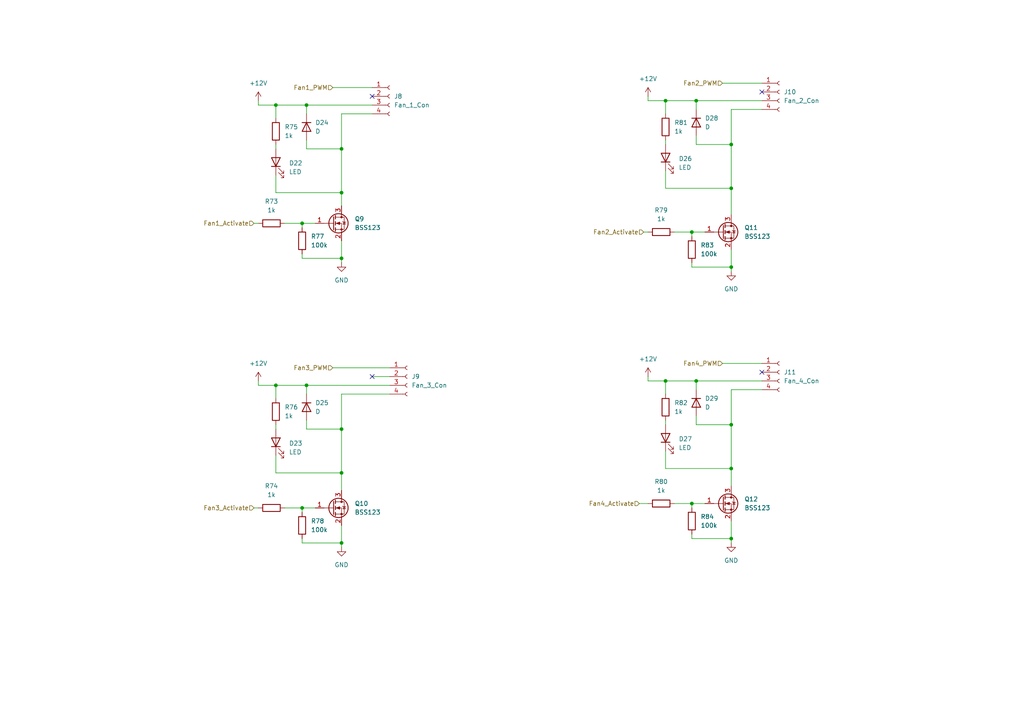
<source format=kicad_sch>
(kicad_sch (version 20211123) (generator eeschema)

  (uuid a1965a14-9e35-4340-961b-cb882e99f4a8)

  (paper "A4")

  (lib_symbols
    (symbol "Connector:Conn_01x04_Female" (pin_names (offset 1.016) hide) (in_bom yes) (on_board yes)
      (property "Reference" "J" (id 0) (at 0 5.08 0)
        (effects (font (size 1.27 1.27)))
      )
      (property "Value" "Conn_01x04_Female" (id 1) (at 0 -7.62 0)
        (effects (font (size 1.27 1.27)))
      )
      (property "Footprint" "" (id 2) (at 0 0 0)
        (effects (font (size 1.27 1.27)) hide)
      )
      (property "Datasheet" "~" (id 3) (at 0 0 0)
        (effects (font (size 1.27 1.27)) hide)
      )
      (property "ki_keywords" "connector" (id 4) (at 0 0 0)
        (effects (font (size 1.27 1.27)) hide)
      )
      (property "ki_description" "Generic connector, single row, 01x04, script generated (kicad-library-utils/schlib/autogen/connector/)" (id 5) (at 0 0 0)
        (effects (font (size 1.27 1.27)) hide)
      )
      (property "ki_fp_filters" "Connector*:*_1x??_*" (id 6) (at 0 0 0)
        (effects (font (size 1.27 1.27)) hide)
      )
      (symbol "Conn_01x04_Female_1_1"
        (arc (start 0 -4.572) (mid -0.508 -5.08) (end 0 -5.588)
          (stroke (width 0.1524) (type default) (color 0 0 0 0))
          (fill (type none))
        )
        (arc (start 0 -2.032) (mid -0.508 -2.54) (end 0 -3.048)
          (stroke (width 0.1524) (type default) (color 0 0 0 0))
          (fill (type none))
        )
        (polyline
          (pts
            (xy -1.27 -5.08)
            (xy -0.508 -5.08)
          )
          (stroke (width 0.1524) (type default) (color 0 0 0 0))
          (fill (type none))
        )
        (polyline
          (pts
            (xy -1.27 -2.54)
            (xy -0.508 -2.54)
          )
          (stroke (width 0.1524) (type default) (color 0 0 0 0))
          (fill (type none))
        )
        (polyline
          (pts
            (xy -1.27 0)
            (xy -0.508 0)
          )
          (stroke (width 0.1524) (type default) (color 0 0 0 0))
          (fill (type none))
        )
        (polyline
          (pts
            (xy -1.27 2.54)
            (xy -0.508 2.54)
          )
          (stroke (width 0.1524) (type default) (color 0 0 0 0))
          (fill (type none))
        )
        (arc (start 0 0.508) (mid -0.508 0) (end 0 -0.508)
          (stroke (width 0.1524) (type default) (color 0 0 0 0))
          (fill (type none))
        )
        (arc (start 0 3.048) (mid -0.508 2.54) (end 0 2.032)
          (stroke (width 0.1524) (type default) (color 0 0 0 0))
          (fill (type none))
        )
        (pin passive line (at -5.08 2.54 0) (length 3.81)
          (name "Pin_1" (effects (font (size 1.27 1.27))))
          (number "1" (effects (font (size 1.27 1.27))))
        )
        (pin passive line (at -5.08 0 0) (length 3.81)
          (name "Pin_2" (effects (font (size 1.27 1.27))))
          (number "2" (effects (font (size 1.27 1.27))))
        )
        (pin passive line (at -5.08 -2.54 0) (length 3.81)
          (name "Pin_3" (effects (font (size 1.27 1.27))))
          (number "3" (effects (font (size 1.27 1.27))))
        )
        (pin passive line (at -5.08 -5.08 0) (length 3.81)
          (name "Pin_4" (effects (font (size 1.27 1.27))))
          (number "4" (effects (font (size 1.27 1.27))))
        )
      )
    )
    (symbol "Device:D" (pin_numbers hide) (pin_names (offset 1.016) hide) (in_bom yes) (on_board yes)
      (property "Reference" "D" (id 0) (at 0 2.54 0)
        (effects (font (size 1.27 1.27)))
      )
      (property "Value" "D" (id 1) (at 0 -2.54 0)
        (effects (font (size 1.27 1.27)))
      )
      (property "Footprint" "" (id 2) (at 0 0 0)
        (effects (font (size 1.27 1.27)) hide)
      )
      (property "Datasheet" "~" (id 3) (at 0 0 0)
        (effects (font (size 1.27 1.27)) hide)
      )
      (property "ki_keywords" "diode" (id 4) (at 0 0 0)
        (effects (font (size 1.27 1.27)) hide)
      )
      (property "ki_description" "Diode" (id 5) (at 0 0 0)
        (effects (font (size 1.27 1.27)) hide)
      )
      (property "ki_fp_filters" "TO-???* *_Diode_* *SingleDiode* D_*" (id 6) (at 0 0 0)
        (effects (font (size 1.27 1.27)) hide)
      )
      (symbol "D_0_1"
        (polyline
          (pts
            (xy -1.27 1.27)
            (xy -1.27 -1.27)
          )
          (stroke (width 0.254) (type default) (color 0 0 0 0))
          (fill (type none))
        )
        (polyline
          (pts
            (xy 1.27 0)
            (xy -1.27 0)
          )
          (stroke (width 0) (type default) (color 0 0 0 0))
          (fill (type none))
        )
        (polyline
          (pts
            (xy 1.27 1.27)
            (xy 1.27 -1.27)
            (xy -1.27 0)
            (xy 1.27 1.27)
          )
          (stroke (width 0.254) (type default) (color 0 0 0 0))
          (fill (type none))
        )
      )
      (symbol "D_1_1"
        (pin passive line (at -3.81 0 0) (length 2.54)
          (name "K" (effects (font (size 1.27 1.27))))
          (number "1" (effects (font (size 1.27 1.27))))
        )
        (pin passive line (at 3.81 0 180) (length 2.54)
          (name "A" (effects (font (size 1.27 1.27))))
          (number "2" (effects (font (size 1.27 1.27))))
        )
      )
    )
    (symbol "Device:LED" (pin_numbers hide) (pin_names (offset 1.016) hide) (in_bom yes) (on_board yes)
      (property "Reference" "D" (id 0) (at 0 2.54 0)
        (effects (font (size 1.27 1.27)))
      )
      (property "Value" "LED" (id 1) (at 0 -2.54 0)
        (effects (font (size 1.27 1.27)))
      )
      (property "Footprint" "" (id 2) (at 0 0 0)
        (effects (font (size 1.27 1.27)) hide)
      )
      (property "Datasheet" "~" (id 3) (at 0 0 0)
        (effects (font (size 1.27 1.27)) hide)
      )
      (property "ki_keywords" "LED diode" (id 4) (at 0 0 0)
        (effects (font (size 1.27 1.27)) hide)
      )
      (property "ki_description" "Light emitting diode" (id 5) (at 0 0 0)
        (effects (font (size 1.27 1.27)) hide)
      )
      (property "ki_fp_filters" "LED* LED_SMD:* LED_THT:*" (id 6) (at 0 0 0)
        (effects (font (size 1.27 1.27)) hide)
      )
      (symbol "LED_0_1"
        (polyline
          (pts
            (xy -1.27 -1.27)
            (xy -1.27 1.27)
          )
          (stroke (width 0.254) (type default) (color 0 0 0 0))
          (fill (type none))
        )
        (polyline
          (pts
            (xy -1.27 0)
            (xy 1.27 0)
          )
          (stroke (width 0) (type default) (color 0 0 0 0))
          (fill (type none))
        )
        (polyline
          (pts
            (xy 1.27 -1.27)
            (xy 1.27 1.27)
            (xy -1.27 0)
            (xy 1.27 -1.27)
          )
          (stroke (width 0.254) (type default) (color 0 0 0 0))
          (fill (type none))
        )
        (polyline
          (pts
            (xy -3.048 -0.762)
            (xy -4.572 -2.286)
            (xy -3.81 -2.286)
            (xy -4.572 -2.286)
            (xy -4.572 -1.524)
          )
          (stroke (width 0) (type default) (color 0 0 0 0))
          (fill (type none))
        )
        (polyline
          (pts
            (xy -1.778 -0.762)
            (xy -3.302 -2.286)
            (xy -2.54 -2.286)
            (xy -3.302 -2.286)
            (xy -3.302 -1.524)
          )
          (stroke (width 0) (type default) (color 0 0 0 0))
          (fill (type none))
        )
      )
      (symbol "LED_1_1"
        (pin passive line (at -3.81 0 0) (length 2.54)
          (name "K" (effects (font (size 1.27 1.27))))
          (number "1" (effects (font (size 1.27 1.27))))
        )
        (pin passive line (at 3.81 0 180) (length 2.54)
          (name "A" (effects (font (size 1.27 1.27))))
          (number "2" (effects (font (size 1.27 1.27))))
        )
      )
    )
    (symbol "Device:R" (pin_numbers hide) (pin_names (offset 0)) (in_bom yes) (on_board yes)
      (property "Reference" "R" (id 0) (at 2.032 0 90)
        (effects (font (size 1.27 1.27)))
      )
      (property "Value" "R" (id 1) (at 0 0 90)
        (effects (font (size 1.27 1.27)))
      )
      (property "Footprint" "" (id 2) (at -1.778 0 90)
        (effects (font (size 1.27 1.27)) hide)
      )
      (property "Datasheet" "~" (id 3) (at 0 0 0)
        (effects (font (size 1.27 1.27)) hide)
      )
      (property "ki_keywords" "R res resistor" (id 4) (at 0 0 0)
        (effects (font (size 1.27 1.27)) hide)
      )
      (property "ki_description" "Resistor" (id 5) (at 0 0 0)
        (effects (font (size 1.27 1.27)) hide)
      )
      (property "ki_fp_filters" "R_*" (id 6) (at 0 0 0)
        (effects (font (size 1.27 1.27)) hide)
      )
      (symbol "R_0_1"
        (rectangle (start -1.016 -2.54) (end 1.016 2.54)
          (stroke (width 0.254) (type default) (color 0 0 0 0))
          (fill (type none))
        )
      )
      (symbol "R_1_1"
        (pin passive line (at 0 3.81 270) (length 1.27)
          (name "~" (effects (font (size 1.27 1.27))))
          (number "1" (effects (font (size 1.27 1.27))))
        )
        (pin passive line (at 0 -3.81 90) (length 1.27)
          (name "~" (effects (font (size 1.27 1.27))))
          (number "2" (effects (font (size 1.27 1.27))))
        )
      )
    )
    (symbol "Transistor_FET:BSS123" (pin_names hide) (in_bom yes) (on_board yes)
      (property "Reference" "Q" (id 0) (at 5.08 1.905 0)
        (effects (font (size 1.27 1.27)) (justify left))
      )
      (property "Value" "BSS123" (id 1) (at 5.08 0 0)
        (effects (font (size 1.27 1.27)) (justify left))
      )
      (property "Footprint" "Package_TO_SOT_SMD:SOT-23" (id 2) (at 5.08 -1.905 0)
        (effects (font (size 1.27 1.27) italic) (justify left) hide)
      )
      (property "Datasheet" "http://www.diodes.com/assets/Datasheets/ds30366.pdf" (id 3) (at 0 0 0)
        (effects (font (size 1.27 1.27)) (justify left) hide)
      )
      (property "ki_keywords" "N-Channel MOSFET" (id 4) (at 0 0 0)
        (effects (font (size 1.27 1.27)) hide)
      )
      (property "ki_description" "0.17A Id, 100V Vds, N-Channel MOSFET, SOT-23" (id 5) (at 0 0 0)
        (effects (font (size 1.27 1.27)) hide)
      )
      (property "ki_fp_filters" "SOT?23*" (id 6) (at 0 0 0)
        (effects (font (size 1.27 1.27)) hide)
      )
      (symbol "BSS123_0_1"
        (polyline
          (pts
            (xy 0.254 0)
            (xy -2.54 0)
          )
          (stroke (width 0) (type default) (color 0 0 0 0))
          (fill (type none))
        )
        (polyline
          (pts
            (xy 0.254 1.905)
            (xy 0.254 -1.905)
          )
          (stroke (width 0.254) (type default) (color 0 0 0 0))
          (fill (type none))
        )
        (polyline
          (pts
            (xy 0.762 -1.27)
            (xy 0.762 -2.286)
          )
          (stroke (width 0.254) (type default) (color 0 0 0 0))
          (fill (type none))
        )
        (polyline
          (pts
            (xy 0.762 0.508)
            (xy 0.762 -0.508)
          )
          (stroke (width 0.254) (type default) (color 0 0 0 0))
          (fill (type none))
        )
        (polyline
          (pts
            (xy 0.762 2.286)
            (xy 0.762 1.27)
          )
          (stroke (width 0.254) (type default) (color 0 0 0 0))
          (fill (type none))
        )
        (polyline
          (pts
            (xy 2.54 2.54)
            (xy 2.54 1.778)
          )
          (stroke (width 0) (type default) (color 0 0 0 0))
          (fill (type none))
        )
        (polyline
          (pts
            (xy 2.54 -2.54)
            (xy 2.54 0)
            (xy 0.762 0)
          )
          (stroke (width 0) (type default) (color 0 0 0 0))
          (fill (type none))
        )
        (polyline
          (pts
            (xy 0.762 -1.778)
            (xy 3.302 -1.778)
            (xy 3.302 1.778)
            (xy 0.762 1.778)
          )
          (stroke (width 0) (type default) (color 0 0 0 0))
          (fill (type none))
        )
        (polyline
          (pts
            (xy 1.016 0)
            (xy 2.032 0.381)
            (xy 2.032 -0.381)
            (xy 1.016 0)
          )
          (stroke (width 0) (type default) (color 0 0 0 0))
          (fill (type outline))
        )
        (polyline
          (pts
            (xy 2.794 0.508)
            (xy 2.921 0.381)
            (xy 3.683 0.381)
            (xy 3.81 0.254)
          )
          (stroke (width 0) (type default) (color 0 0 0 0))
          (fill (type none))
        )
        (polyline
          (pts
            (xy 3.302 0.381)
            (xy 2.921 -0.254)
            (xy 3.683 -0.254)
            (xy 3.302 0.381)
          )
          (stroke (width 0) (type default) (color 0 0 0 0))
          (fill (type none))
        )
        (circle (center 1.651 0) (radius 2.794)
          (stroke (width 0.254) (type default) (color 0 0 0 0))
          (fill (type none))
        )
        (circle (center 2.54 -1.778) (radius 0.254)
          (stroke (width 0) (type default) (color 0 0 0 0))
          (fill (type outline))
        )
        (circle (center 2.54 1.778) (radius 0.254)
          (stroke (width 0) (type default) (color 0 0 0 0))
          (fill (type outline))
        )
      )
      (symbol "BSS123_1_1"
        (pin input line (at -5.08 0 0) (length 2.54)
          (name "G" (effects (font (size 1.27 1.27))))
          (number "1" (effects (font (size 1.27 1.27))))
        )
        (pin passive line (at 2.54 -5.08 90) (length 2.54)
          (name "S" (effects (font (size 1.27 1.27))))
          (number "2" (effects (font (size 1.27 1.27))))
        )
        (pin passive line (at 2.54 5.08 270) (length 2.54)
          (name "D" (effects (font (size 1.27 1.27))))
          (number "3" (effects (font (size 1.27 1.27))))
        )
      )
    )
    (symbol "power:+12V" (power) (pin_names (offset 0)) (in_bom yes) (on_board yes)
      (property "Reference" "#PWR" (id 0) (at 0 -3.81 0)
        (effects (font (size 1.27 1.27)) hide)
      )
      (property "Value" "+12V" (id 1) (at 0 3.556 0)
        (effects (font (size 1.27 1.27)))
      )
      (property "Footprint" "" (id 2) (at 0 0 0)
        (effects (font (size 1.27 1.27)) hide)
      )
      (property "Datasheet" "" (id 3) (at 0 0 0)
        (effects (font (size 1.27 1.27)) hide)
      )
      (property "ki_keywords" "power-flag" (id 4) (at 0 0 0)
        (effects (font (size 1.27 1.27)) hide)
      )
      (property "ki_description" "Power symbol creates a global label with name \"+12V\"" (id 5) (at 0 0 0)
        (effects (font (size 1.27 1.27)) hide)
      )
      (symbol "+12V_0_1"
        (polyline
          (pts
            (xy -0.762 1.27)
            (xy 0 2.54)
          )
          (stroke (width 0) (type default) (color 0 0 0 0))
          (fill (type none))
        )
        (polyline
          (pts
            (xy 0 0)
            (xy 0 2.54)
          )
          (stroke (width 0) (type default) (color 0 0 0 0))
          (fill (type none))
        )
        (polyline
          (pts
            (xy 0 2.54)
            (xy 0.762 1.27)
          )
          (stroke (width 0) (type default) (color 0 0 0 0))
          (fill (type none))
        )
      )
      (symbol "+12V_1_1"
        (pin power_in line (at 0 0 90) (length 0) hide
          (name "+12V" (effects (font (size 1.27 1.27))))
          (number "1" (effects (font (size 1.27 1.27))))
        )
      )
    )
    (symbol "power:GND" (power) (pin_names (offset 0)) (in_bom yes) (on_board yes)
      (property "Reference" "#PWR" (id 0) (at 0 -6.35 0)
        (effects (font (size 1.27 1.27)) hide)
      )
      (property "Value" "GND" (id 1) (at 0 -3.81 0)
        (effects (font (size 1.27 1.27)))
      )
      (property "Footprint" "" (id 2) (at 0 0 0)
        (effects (font (size 1.27 1.27)) hide)
      )
      (property "Datasheet" "" (id 3) (at 0 0 0)
        (effects (font (size 1.27 1.27)) hide)
      )
      (property "ki_keywords" "power-flag" (id 4) (at 0 0 0)
        (effects (font (size 1.27 1.27)) hide)
      )
      (property "ki_description" "Power symbol creates a global label with name \"GND\" , ground" (id 5) (at 0 0 0)
        (effects (font (size 1.27 1.27)) hide)
      )
      (symbol "GND_0_1"
        (polyline
          (pts
            (xy 0 0)
            (xy 0 -1.27)
            (xy 1.27 -1.27)
            (xy 0 -2.54)
            (xy -1.27 -1.27)
            (xy 0 -1.27)
          )
          (stroke (width 0) (type default) (color 0 0 0 0))
          (fill (type none))
        )
      )
      (symbol "GND_1_1"
        (pin power_in line (at 0 0 270) (length 0) hide
          (name "GND" (effects (font (size 1.27 1.27))))
          (number "1" (effects (font (size 1.27 1.27))))
        )
      )
    )
  )

  (junction (at 201.93 110.49) (diameter 0) (color 0 0 0 0)
    (uuid 084c87f2-8bb0-4ec2-bef1-7bab18f0a4dd)
  )
  (junction (at 99.06 157.48) (diameter 0) (color 0 0 0 0)
    (uuid 0b040150-2bad-4800-91f5-251b4e917188)
  )
  (junction (at 212.09 54.61) (diameter 0) (color 0 0 0 0)
    (uuid 0d7b06ca-2498-4589-a155-d84cd8e53961)
  )
  (junction (at 212.09 135.89) (diameter 0) (color 0 0 0 0)
    (uuid 144808aa-eae1-4cb1-a263-713767d19270)
  )
  (junction (at 193.04 29.21) (diameter 0) (color 0 0 0 0)
    (uuid 2d2ff344-bd84-4a6e-99c2-a4fdb8e61a39)
  )
  (junction (at 200.66 67.31) (diameter 0) (color 0 0 0 0)
    (uuid 30000733-a00a-4cd2-a20a-63b2e9b54ed7)
  )
  (junction (at 87.63 147.32) (diameter 0) (color 0 0 0 0)
    (uuid 36486b61-5e68-4648-a2cf-fde144150d06)
  )
  (junction (at 99.06 55.88) (diameter 0) (color 0 0 0 0)
    (uuid 6c546356-c1ea-442d-9154-ed6a27ade14d)
  )
  (junction (at 193.04 110.49) (diameter 0) (color 0 0 0 0)
    (uuid 70818ff4-116b-4164-9a41-9ac75d348942)
  )
  (junction (at 87.63 64.77) (diameter 0) (color 0 0 0 0)
    (uuid 75e6d2ed-3ada-44bd-8e26-109b89c817a8)
  )
  (junction (at 99.06 124.46) (diameter 0) (color 0 0 0 0)
    (uuid 7794b132-1913-4620-9312-0b4251d0bbc5)
  )
  (junction (at 99.06 43.18) (diameter 0) (color 0 0 0 0)
    (uuid 7e550934-f0c5-4920-84cd-091d832ad969)
  )
  (junction (at 200.66 146.05) (diameter 0) (color 0 0 0 0)
    (uuid 8893c7d7-8bda-4759-b6ee-1648e22b55d5)
  )
  (junction (at 99.06 137.16) (diameter 0) (color 0 0 0 0)
    (uuid 894a262c-de9f-4bbc-a3da-a514799fd4b8)
  )
  (junction (at 80.01 30.48) (diameter 0) (color 0 0 0 0)
    (uuid 95c7c73c-d770-4688-95e8-1d49c17f79c9)
  )
  (junction (at 201.93 29.21) (diameter 0) (color 0 0 0 0)
    (uuid a3a11ea1-b119-415c-b5b5-8b35eed64d54)
  )
  (junction (at 80.01 111.76) (diameter 0) (color 0 0 0 0)
    (uuid a99e1bc2-cbf4-40f0-a156-9330810e9299)
  )
  (junction (at 212.09 77.47) (diameter 0) (color 0 0 0 0)
    (uuid aea4e31d-5b93-4ace-ab9b-b2eaf7d16ce2)
  )
  (junction (at 99.06 74.93) (diameter 0) (color 0 0 0 0)
    (uuid b8cb75ed-5955-46d7-a592-951087f9fc97)
  )
  (junction (at 88.9 30.48) (diameter 0) (color 0 0 0 0)
    (uuid cc5e8783-1065-4a9f-97c2-e0585b2e2dd0)
  )
  (junction (at 88.9 111.76) (diameter 0) (color 0 0 0 0)
    (uuid df7fd197-3a49-41ac-b889-049a5cdfd3f8)
  )
  (junction (at 212.09 123.19) (diameter 0) (color 0 0 0 0)
    (uuid ecaa7fd8-253d-4f40-bd6b-95349a959e9a)
  )
  (junction (at 212.09 41.91) (diameter 0) (color 0 0 0 0)
    (uuid f16797ca-eccc-4382-9f73-e1b0b9f3542c)
  )
  (junction (at 212.09 156.21) (diameter 0) (color 0 0 0 0)
    (uuid f7335665-d35d-48ce-bc6e-8005a86e8014)
  )

  (no_connect (at 107.95 109.22) (uuid 6d55dfe2-eb93-47a7-8a59-92fcf6a79ae1))
  (no_connect (at 107.95 27.94) (uuid 9af69d12-ec2c-447a-b285-7104bb9d024b))
  (no_connect (at 220.98 107.95) (uuid a4d263bb-38e7-4910-9af1-004219192c28))
  (no_connect (at 220.98 26.67) (uuid e1113912-a85e-45a6-83ba-d6525e269032))

  (wire (pts (xy 88.9 111.76) (xy 88.9 114.3))
    (stroke (width 0) (type default) (color 0 0 0 0))
    (uuid 03330d99-5455-4532-bbf9-445566aac510)
  )
  (wire (pts (xy 200.66 76.2) (xy 200.66 77.47))
    (stroke (width 0) (type default) (color 0 0 0 0))
    (uuid 05622852-416d-4fec-b44e-323a072e2312)
  )
  (wire (pts (xy 212.09 113.03) (xy 220.98 113.03))
    (stroke (width 0) (type default) (color 0 0 0 0))
    (uuid 0ea24489-43d6-4697-8235-eeaa24fbb87f)
  )
  (wire (pts (xy 193.04 110.49) (xy 201.93 110.49))
    (stroke (width 0) (type default) (color 0 0 0 0))
    (uuid 12f9c888-64f2-4f98-aff3-7bf1749f807c)
  )
  (wire (pts (xy 87.63 157.48) (xy 99.06 157.48))
    (stroke (width 0) (type default) (color 0 0 0 0))
    (uuid 133ddbb2-77c0-4f14-9765-ddc7c822f3c1)
  )
  (wire (pts (xy 195.58 146.05) (xy 200.66 146.05))
    (stroke (width 0) (type default) (color 0 0 0 0))
    (uuid 16ca6e88-50e8-4872-b7c4-62dc8652d454)
  )
  (wire (pts (xy 99.06 43.18) (xy 99.06 33.02))
    (stroke (width 0) (type default) (color 0 0 0 0))
    (uuid 173da325-4eaa-4989-804d-d75e2670d6a5)
  )
  (wire (pts (xy 99.06 33.02) (xy 107.95 33.02))
    (stroke (width 0) (type default) (color 0 0 0 0))
    (uuid 19710c8c-add9-4a2e-a45f-517b5ae4f126)
  )
  (wire (pts (xy 201.93 29.21) (xy 201.93 31.75))
    (stroke (width 0) (type default) (color 0 0 0 0))
    (uuid 26bac398-76d1-48db-b4a2-0217674c5eec)
  )
  (wire (pts (xy 187.96 27.94) (xy 187.96 29.21))
    (stroke (width 0) (type default) (color 0 0 0 0))
    (uuid 2ab792a5-b1b8-4644-9fa9-f75d1d19c220)
  )
  (wire (pts (xy 193.04 29.21) (xy 193.04 33.02))
    (stroke (width 0) (type default) (color 0 0 0 0))
    (uuid 2ab8d52c-321b-444f-8f3d-52d56457f5f5)
  )
  (wire (pts (xy 193.04 130.81) (xy 193.04 135.89))
    (stroke (width 0) (type default) (color 0 0 0 0))
    (uuid 324cd64f-3449-4ab2-a49e-acf34f623433)
  )
  (wire (pts (xy 212.09 123.19) (xy 212.09 113.03))
    (stroke (width 0) (type default) (color 0 0 0 0))
    (uuid 33f9f044-805a-4332-8c68-71e0645f6400)
  )
  (wire (pts (xy 212.09 31.75) (xy 220.98 31.75))
    (stroke (width 0) (type default) (color 0 0 0 0))
    (uuid 373fb19a-0fe6-421f-a4ad-946959150b9b)
  )
  (wire (pts (xy 209.55 105.41) (xy 220.98 105.41))
    (stroke (width 0) (type default) (color 0 0 0 0))
    (uuid 3cec90bc-191a-48a8-aec7-6bc7c835cc5f)
  )
  (wire (pts (xy 74.93 111.76) (xy 80.01 111.76))
    (stroke (width 0) (type default) (color 0 0 0 0))
    (uuid 485a7a9e-728e-4311-b9a3-d9b0369fb87c)
  )
  (wire (pts (xy 107.95 109.22) (xy 113.03 109.22))
    (stroke (width 0) (type default) (color 0 0 0 0))
    (uuid 4a09ecf0-ccdd-45ae-a9db-dcbc936f5572)
  )
  (wire (pts (xy 99.06 69.85) (xy 99.06 74.93))
    (stroke (width 0) (type default) (color 0 0 0 0))
    (uuid 4e2a98a7-455e-402d-81cb-1eac4d728c95)
  )
  (wire (pts (xy 200.66 146.05) (xy 200.66 147.32))
    (stroke (width 0) (type default) (color 0 0 0 0))
    (uuid 51dc9b6e-6772-418c-ae60-caa56292485c)
  )
  (wire (pts (xy 212.09 54.61) (xy 212.09 62.23))
    (stroke (width 0) (type default) (color 0 0 0 0))
    (uuid 52435734-d31e-4973-8fd7-fc9174021228)
  )
  (wire (pts (xy 99.06 74.93) (xy 99.06 76.2))
    (stroke (width 0) (type default) (color 0 0 0 0))
    (uuid 540c1cc3-a7c6-4ac3-b7a4-859e86e4cc3d)
  )
  (wire (pts (xy 80.01 137.16) (xy 99.06 137.16))
    (stroke (width 0) (type default) (color 0 0 0 0))
    (uuid 5435edb1-85ae-4d26-ac6e-a3754f74fb83)
  )
  (wire (pts (xy 82.55 147.32) (xy 87.63 147.32))
    (stroke (width 0) (type default) (color 0 0 0 0))
    (uuid 55340168-6b3f-4e0b-988e-ecbbaa439f28)
  )
  (wire (pts (xy 88.9 30.48) (xy 88.9 33.02))
    (stroke (width 0) (type default) (color 0 0 0 0))
    (uuid 557a33e3-3af8-43ba-a3d7-f5e093be7724)
  )
  (wire (pts (xy 80.01 41.91) (xy 80.01 43.18))
    (stroke (width 0) (type default) (color 0 0 0 0))
    (uuid 5ef11434-51d9-408a-931d-244d0447b947)
  )
  (wire (pts (xy 80.01 111.76) (xy 80.01 115.57))
    (stroke (width 0) (type default) (color 0 0 0 0))
    (uuid 5fe728f0-1178-4b81-b022-cea8ae3b8819)
  )
  (wire (pts (xy 87.63 64.77) (xy 91.44 64.77))
    (stroke (width 0) (type default) (color 0 0 0 0))
    (uuid 61dcf013-5e13-4194-a36c-d81a9268d9b5)
  )
  (wire (pts (xy 201.93 39.37) (xy 201.93 41.91))
    (stroke (width 0) (type default) (color 0 0 0 0))
    (uuid 6497b55c-aafe-4c54-b0d5-93d57da8fe58)
  )
  (wire (pts (xy 74.93 110.49) (xy 74.93 111.76))
    (stroke (width 0) (type default) (color 0 0 0 0))
    (uuid 65feac9c-9c08-4c8f-a29d-f238b5bba850)
  )
  (wire (pts (xy 193.04 49.53) (xy 193.04 54.61))
    (stroke (width 0) (type default) (color 0 0 0 0))
    (uuid 684a2009-37b5-4ca7-b2cd-911b9fbe02f4)
  )
  (wire (pts (xy 186.69 67.31) (xy 187.96 67.31))
    (stroke (width 0) (type default) (color 0 0 0 0))
    (uuid 6a4e7214-b7ad-47d1-8a5f-c64455394e08)
  )
  (wire (pts (xy 201.93 120.65) (xy 201.93 123.19))
    (stroke (width 0) (type default) (color 0 0 0 0))
    (uuid 6b9c7301-8463-4f59-a87a-cec5a2126982)
  )
  (wire (pts (xy 212.09 41.91) (xy 212.09 31.75))
    (stroke (width 0) (type default) (color 0 0 0 0))
    (uuid 6e97875e-2f02-4b83-8d77-59d20d54ac72)
  )
  (wire (pts (xy 200.66 154.94) (xy 200.66 156.21))
    (stroke (width 0) (type default) (color 0 0 0 0))
    (uuid 7296b754-c23a-4783-8382-088cf44d75b2)
  )
  (wire (pts (xy 201.93 110.49) (xy 201.93 113.03))
    (stroke (width 0) (type default) (color 0 0 0 0))
    (uuid 7300bc6a-d907-42b6-bf8b-9d3794472259)
  )
  (wire (pts (xy 212.09 140.97) (xy 212.09 135.89))
    (stroke (width 0) (type default) (color 0 0 0 0))
    (uuid 791153a3-54d6-4ea8-a124-d413d59a84ef)
  )
  (wire (pts (xy 80.01 123.19) (xy 80.01 124.46))
    (stroke (width 0) (type default) (color 0 0 0 0))
    (uuid 796db4ba-9b96-41fe-aede-83808bda18c7)
  )
  (wire (pts (xy 87.63 147.32) (xy 87.63 148.59))
    (stroke (width 0) (type default) (color 0 0 0 0))
    (uuid 7c5a96f3-c99d-488a-91f0-83a45763691b)
  )
  (wire (pts (xy 99.06 137.16) (xy 99.06 124.46))
    (stroke (width 0) (type default) (color 0 0 0 0))
    (uuid 7dde988f-ee6c-4150-b3fc-68bbb06677d0)
  )
  (wire (pts (xy 96.52 106.68) (xy 113.03 106.68))
    (stroke (width 0) (type default) (color 0 0 0 0))
    (uuid 809f245d-b2e0-431c-bc5f-d1e8173ff09c)
  )
  (wire (pts (xy 80.01 132.08) (xy 80.01 137.16))
    (stroke (width 0) (type default) (color 0 0 0 0))
    (uuid 87bef4d4-0b33-418e-8b7d-2ba05cd24938)
  )
  (wire (pts (xy 87.63 64.77) (xy 87.63 66.04))
    (stroke (width 0) (type default) (color 0 0 0 0))
    (uuid 8bbb2ab6-d773-4a34-b27a-f2f97dcb61c9)
  )
  (wire (pts (xy 88.9 111.76) (xy 113.03 111.76))
    (stroke (width 0) (type default) (color 0 0 0 0))
    (uuid 8ce59ca0-5779-4a22-a36b-10ff364b1efa)
  )
  (wire (pts (xy 193.04 121.92) (xy 193.04 123.19))
    (stroke (width 0) (type default) (color 0 0 0 0))
    (uuid 92b69587-2cb4-4acf-9416-6f7de652500a)
  )
  (wire (pts (xy 212.09 135.89) (xy 212.09 123.19))
    (stroke (width 0) (type default) (color 0 0 0 0))
    (uuid 951cb85d-63fc-4f05-ba71-54f00307b783)
  )
  (wire (pts (xy 99.06 157.48) (xy 99.06 158.75))
    (stroke (width 0) (type default) (color 0 0 0 0))
    (uuid 97de65ad-4905-40cc-a910-54cf12d40034)
  )
  (wire (pts (xy 193.04 135.89) (xy 212.09 135.89))
    (stroke (width 0) (type default) (color 0 0 0 0))
    (uuid 994b382a-98c5-4a27-88bb-32704e38dbca)
  )
  (wire (pts (xy 193.04 40.64) (xy 193.04 41.91))
    (stroke (width 0) (type default) (color 0 0 0 0))
    (uuid a098fce5-cdfa-45e4-8f0c-6fa2ec28f4df)
  )
  (wire (pts (xy 212.09 41.91) (xy 212.09 54.61))
    (stroke (width 0) (type default) (color 0 0 0 0))
    (uuid a3d501f2-8c5d-42b1-a08f-d025bb5768a3)
  )
  (wire (pts (xy 187.96 109.22) (xy 187.96 110.49))
    (stroke (width 0) (type default) (color 0 0 0 0))
    (uuid a45b6132-638f-48c1-bd35-e410c164d87c)
  )
  (wire (pts (xy 87.63 74.93) (xy 99.06 74.93))
    (stroke (width 0) (type default) (color 0 0 0 0))
    (uuid a4a784d0-e2bf-44f7-8600-703b4d3330ee)
  )
  (wire (pts (xy 200.66 77.47) (xy 212.09 77.47))
    (stroke (width 0) (type default) (color 0 0 0 0))
    (uuid a4a9198f-6b6c-4d66-b874-e77e44ca2330)
  )
  (wire (pts (xy 99.06 142.24) (xy 99.06 137.16))
    (stroke (width 0) (type default) (color 0 0 0 0))
    (uuid a5e14a50-eb32-49dd-b774-7f488c2de5c7)
  )
  (wire (pts (xy 88.9 40.64) (xy 88.9 43.18))
    (stroke (width 0) (type default) (color 0 0 0 0))
    (uuid a8f7f284-0c41-43e6-be07-c614c5c73641)
  )
  (wire (pts (xy 201.93 123.19) (xy 212.09 123.19))
    (stroke (width 0) (type default) (color 0 0 0 0))
    (uuid a9a3eb7e-509a-4cb3-9069-87cd95cb204c)
  )
  (wire (pts (xy 187.96 29.21) (xy 193.04 29.21))
    (stroke (width 0) (type default) (color 0 0 0 0))
    (uuid aac99db3-5e08-4916-82fa-39cc8e616552)
  )
  (wire (pts (xy 99.06 152.4) (xy 99.06 157.48))
    (stroke (width 0) (type default) (color 0 0 0 0))
    (uuid ad62f616-8afa-4a3e-a329-cca978c99f45)
  )
  (wire (pts (xy 96.52 25.4) (xy 107.95 25.4))
    (stroke (width 0) (type default) (color 0 0 0 0))
    (uuid adf952bf-f434-4a81-ae53-db2f3b084666)
  )
  (wire (pts (xy 187.96 110.49) (xy 193.04 110.49))
    (stroke (width 0) (type default) (color 0 0 0 0))
    (uuid ae256214-f982-40e9-a7f2-ae9ecdd22497)
  )
  (wire (pts (xy 193.04 54.61) (xy 212.09 54.61))
    (stroke (width 0) (type default) (color 0 0 0 0))
    (uuid ae9e5d7e-02b3-472c-8d52-3a2d9b896554)
  )
  (wire (pts (xy 80.01 50.8) (xy 80.01 55.88))
    (stroke (width 0) (type default) (color 0 0 0 0))
    (uuid b0885139-e2cd-4d74-ba23-35843c3ddb34)
  )
  (wire (pts (xy 74.93 30.48) (xy 80.01 30.48))
    (stroke (width 0) (type default) (color 0 0 0 0))
    (uuid b1093ec2-ae0b-4426-b74a-912b4ef2e197)
  )
  (wire (pts (xy 201.93 110.49) (xy 220.98 110.49))
    (stroke (width 0) (type default) (color 0 0 0 0))
    (uuid b141e436-7f3b-4316-95d6-1b1787653dbd)
  )
  (wire (pts (xy 88.9 121.92) (xy 88.9 124.46))
    (stroke (width 0) (type default) (color 0 0 0 0))
    (uuid b26618cf-8987-4ea1-b368-3c4360ee58bf)
  )
  (wire (pts (xy 200.66 156.21) (xy 212.09 156.21))
    (stroke (width 0) (type default) (color 0 0 0 0))
    (uuid b3d606fb-96aa-4a8d-a136-99b604b456cd)
  )
  (wire (pts (xy 193.04 110.49) (xy 193.04 114.3))
    (stroke (width 0) (type default) (color 0 0 0 0))
    (uuid b3fe0ec8-2c78-4c5f-824b-5066d76c4049)
  )
  (wire (pts (xy 195.58 67.31) (xy 200.66 67.31))
    (stroke (width 0) (type default) (color 0 0 0 0))
    (uuid b49bd7b4-5ac4-427f-a3a1-13b605fe44cd)
  )
  (wire (pts (xy 212.09 156.21) (xy 212.09 157.48))
    (stroke (width 0) (type default) (color 0 0 0 0))
    (uuid becf6acd-a4c9-448f-a552-84c4a9638a37)
  )
  (wire (pts (xy 212.09 77.47) (xy 212.09 78.74))
    (stroke (width 0) (type default) (color 0 0 0 0))
    (uuid bf0d6369-263e-43eb-8ca8-2813bcff615b)
  )
  (wire (pts (xy 80.01 55.88) (xy 99.06 55.88))
    (stroke (width 0) (type default) (color 0 0 0 0))
    (uuid c0b135a2-9533-40ef-b278-c5880d7e3e76)
  )
  (wire (pts (xy 99.06 124.46) (xy 99.06 114.3))
    (stroke (width 0) (type default) (color 0 0 0 0))
    (uuid c5d9d759-ad8a-48c3-ab17-092fd86fd7c0)
  )
  (wire (pts (xy 87.63 73.66) (xy 87.63 74.93))
    (stroke (width 0) (type default) (color 0 0 0 0))
    (uuid cab42d5c-4bd1-4910-afab-23333cfdce61)
  )
  (wire (pts (xy 212.09 72.39) (xy 212.09 77.47))
    (stroke (width 0) (type default) (color 0 0 0 0))
    (uuid cab4f9bb-e137-49d3-a590-75e6da2a4430)
  )
  (wire (pts (xy 200.66 67.31) (xy 204.47 67.31))
    (stroke (width 0) (type default) (color 0 0 0 0))
    (uuid cdbab6d9-3e3a-4097-b56d-905a1f870c6a)
  )
  (wire (pts (xy 88.9 124.46) (xy 99.06 124.46))
    (stroke (width 0) (type default) (color 0 0 0 0))
    (uuid cf700de0-fcfe-4fef-b944-103ace1d5392)
  )
  (wire (pts (xy 80.01 111.76) (xy 88.9 111.76))
    (stroke (width 0) (type default) (color 0 0 0 0))
    (uuid d1d86f78-17cc-4e7d-a53a-09dec5c7ba82)
  )
  (wire (pts (xy 99.06 43.18) (xy 99.06 55.88))
    (stroke (width 0) (type default) (color 0 0 0 0))
    (uuid d2eee595-1334-4918-9934-113cf5910968)
  )
  (wire (pts (xy 200.66 146.05) (xy 204.47 146.05))
    (stroke (width 0) (type default) (color 0 0 0 0))
    (uuid d4c9b134-9ef5-43ac-b17d-114acc72bdfa)
  )
  (wire (pts (xy 212.09 151.13) (xy 212.09 156.21))
    (stroke (width 0) (type default) (color 0 0 0 0))
    (uuid d741cd09-fb15-428f-92f6-af50d86b8449)
  )
  (wire (pts (xy 73.66 147.32) (xy 74.93 147.32))
    (stroke (width 0) (type default) (color 0 0 0 0))
    (uuid daa4575b-2d6a-4b62-ba05-9d69f36bb793)
  )
  (wire (pts (xy 82.55 64.77) (xy 87.63 64.77))
    (stroke (width 0) (type default) (color 0 0 0 0))
    (uuid dbf44383-0611-4322-ad80-ab10d119d700)
  )
  (wire (pts (xy 193.04 29.21) (xy 201.93 29.21))
    (stroke (width 0) (type default) (color 0 0 0 0))
    (uuid dd93bfbf-9bc8-43a3-b0ed-c5ba8c4c8832)
  )
  (wire (pts (xy 185.42 146.05) (xy 187.96 146.05))
    (stroke (width 0) (type default) (color 0 0 0 0))
    (uuid dd991a69-e6b7-4018-87af-772ca1719980)
  )
  (wire (pts (xy 74.93 29.21) (xy 74.93 30.48))
    (stroke (width 0) (type default) (color 0 0 0 0))
    (uuid de23e231-69bc-43bd-bdaf-c2e0e5ba54ce)
  )
  (wire (pts (xy 88.9 30.48) (xy 107.95 30.48))
    (stroke (width 0) (type default) (color 0 0 0 0))
    (uuid dedd10f8-e80d-43f2-9f38-3decc952f5d3)
  )
  (wire (pts (xy 201.93 29.21) (xy 220.98 29.21))
    (stroke (width 0) (type default) (color 0 0 0 0))
    (uuid e31e0769-7cf7-4dc6-a0e3-ac778b41c8dd)
  )
  (wire (pts (xy 88.9 43.18) (xy 99.06 43.18))
    (stroke (width 0) (type default) (color 0 0 0 0))
    (uuid e5852c1b-e983-4866-b3ce-f995beff6e84)
  )
  (wire (pts (xy 73.66 64.77) (xy 74.93 64.77))
    (stroke (width 0) (type default) (color 0 0 0 0))
    (uuid e64cff74-62cb-4b29-97a5-dfad1333a034)
  )
  (wire (pts (xy 80.01 30.48) (xy 80.01 34.29))
    (stroke (width 0) (type default) (color 0 0 0 0))
    (uuid e7754fa2-3097-4185-b041-b3611f4b1212)
  )
  (wire (pts (xy 87.63 147.32) (xy 91.44 147.32))
    (stroke (width 0) (type default) (color 0 0 0 0))
    (uuid e950bd81-ef7a-4ba4-86ef-d6fdb95a357c)
  )
  (wire (pts (xy 209.55 24.13) (xy 220.98 24.13))
    (stroke (width 0) (type default) (color 0 0 0 0))
    (uuid ebdc798c-a6b8-41ad-b7f4-c5362f9f27ba)
  )
  (wire (pts (xy 99.06 55.88) (xy 99.06 59.69))
    (stroke (width 0) (type default) (color 0 0 0 0))
    (uuid ec1be144-5fb1-49f3-951e-66564d755e6a)
  )
  (wire (pts (xy 201.93 41.91) (xy 212.09 41.91))
    (stroke (width 0) (type default) (color 0 0 0 0))
    (uuid f9d80c51-a87c-4073-95f7-0dc8974cd63c)
  )
  (wire (pts (xy 99.06 114.3) (xy 113.03 114.3))
    (stroke (width 0) (type default) (color 0 0 0 0))
    (uuid fa418c67-a1a3-431e-a052-a68d61ba6d9d)
  )
  (wire (pts (xy 87.63 156.21) (xy 87.63 157.48))
    (stroke (width 0) (type default) (color 0 0 0 0))
    (uuid fb366977-cf47-4b00-b3fd-d93ee25efc79)
  )
  (wire (pts (xy 200.66 67.31) (xy 200.66 68.58))
    (stroke (width 0) (type default) (color 0 0 0 0))
    (uuid fca80068-c2b7-40ad-bf42-6e881a982338)
  )
  (wire (pts (xy 80.01 30.48) (xy 88.9 30.48))
    (stroke (width 0) (type default) (color 0 0 0 0))
    (uuid fda3fe03-8191-407e-880d-8a63ca8f02d9)
  )

  (hierarchical_label "Fan4_PWM" (shape input) (at 209.55 105.41 180)
    (effects (font (size 1.27 1.27)) (justify right))
    (uuid 286da27b-8c97-4a7e-9559-3c07071899a9)
  )
  (hierarchical_label "Fan4_Activate" (shape input) (at 185.42 146.05 180)
    (effects (font (size 1.27 1.27)) (justify right))
    (uuid 3002e9d3-78f7-409e-b05d-cf9e78ee6f15)
  )
  (hierarchical_label "Fan1_Activate" (shape input) (at 73.66 64.77 180)
    (effects (font (size 1.27 1.27)) (justify right))
    (uuid 45cc407a-28af-4e5d-8dbf-5e63c00e3fa6)
  )
  (hierarchical_label "Fan1_PWM" (shape input) (at 96.52 25.4 180)
    (effects (font (size 1.27 1.27)) (justify right))
    (uuid 4ee3ac0d-76bd-470d-b1a0-814802a89409)
  )
  (hierarchical_label "Fan3_Activate" (shape input) (at 73.66 147.32 180)
    (effects (font (size 1.27 1.27)) (justify right))
    (uuid 84d74c3b-46d7-40da-a3b6-a0b165ceb16f)
  )
  (hierarchical_label "Fan3_PWM" (shape input) (at 96.52 106.68 180)
    (effects (font (size 1.27 1.27)) (justify right))
    (uuid 8ed98079-13b1-4f7f-ae5e-c86acd8259f8)
  )
  (hierarchical_label "Fan2_PWM" (shape input) (at 209.55 24.13 180)
    (effects (font (size 1.27 1.27)) (justify right))
    (uuid bd1938d1-4a61-41de-9b61-7f4026f5dffe)
  )
  (hierarchical_label "Fan2_Activate" (shape input) (at 186.69 67.31 180)
    (effects (font (size 1.27 1.27)) (justify right))
    (uuid d99c6cbc-0f73-405a-93aa-4f271ca082df)
  )

  (symbol (lib_id "Device:R") (at 193.04 36.83 0) (unit 1)
    (in_bom yes) (on_board yes) (fields_autoplaced)
    (uuid 003dba6a-5f5c-483b-ab6c-bb39556c4063)
    (property "Reference" "R81" (id 0) (at 195.58 35.5599 0)
      (effects (font (size 1.27 1.27)) (justify left))
    )
    (property "Value" "1k" (id 1) (at 195.58 38.0999 0)
      (effects (font (size 1.27 1.27)) (justify left))
    )
    (property "Footprint" "Resistor_SMD:R_0603_1608Metric" (id 2) (at 191.262 36.83 90)
      (effects (font (size 1.27 1.27)) hide)
    )
    (property "Datasheet" "~" (id 3) (at 193.04 36.83 0)
      (effects (font (size 1.27 1.27)) hide)
    )
    (pin "1" (uuid 2ebea607-0da1-4779-ba62-f8ae66e024ef))
    (pin "2" (uuid e86b7af9-57f5-4e4e-b23a-9e9097b79be0))
  )

  (symbol (lib_id "Connector:Conn_01x04_Female") (at 226.06 107.95 0) (unit 1)
    (in_bom yes) (on_board yes) (fields_autoplaced)
    (uuid 012c76cf-9582-41c2-a83f-2700b2958d32)
    (property "Reference" "J11" (id 0) (at 227.33 107.9499 0)
      (effects (font (size 1.27 1.27)) (justify left))
    )
    (property "Value" "Fan_4_Con" (id 1) (at 227.33 110.4899 0)
      (effects (font (size 1.27 1.27)) (justify left))
    )
    (property "Footprint" "Micro-Mate-N-Lok:Micro Mate-N-Lok 4-Pol" (id 2) (at 226.06 107.95 0)
      (effects (font (size 1.27 1.27)) hide)
    )
    (property "Datasheet" "~" (id 3) (at 226.06 107.95 0)
      (effects (font (size 1.27 1.27)) hide)
    )
    (pin "1" (uuid a9739269-a13c-477e-952a-7fc1eb47934b))
    (pin "2" (uuid c4111aeb-fc39-4393-ae68-6104a1a18c67))
    (pin "3" (uuid 0039ddea-664e-443c-870d-27c5f3bbc4ef))
    (pin "4" (uuid 81befd3b-a3cc-4653-b5ef-ab05f590fead))
  )

  (symbol (lib_id "Device:D") (at 201.93 116.84 270) (unit 1)
    (in_bom yes) (on_board yes) (fields_autoplaced)
    (uuid 037eb6fb-b997-4da4-a9ea-e33bb8d1d15f)
    (property "Reference" "D29" (id 0) (at 204.47 115.5699 90)
      (effects (font (size 1.27 1.27)) (justify left))
    )
    (property "Value" "D" (id 1) (at 204.47 118.1099 90)
      (effects (font (size 1.27 1.27)) (justify left))
    )
    (property "Footprint" "Diode_SMD:D_SOT-23_ANK" (id 2) (at 201.93 116.84 0)
      (effects (font (size 1.27 1.27)) hide)
    )
    (property "Datasheet" "~" (id 3) (at 201.93 116.84 0)
      (effects (font (size 1.27 1.27)) hide)
    )
    (pin "1" (uuid ea9fa735-5baf-4946-af34-7800533ef0e4))
    (pin "2" (uuid 03d0cac9-fe02-4c63-b1f3-4910b6402af3))
  )

  (symbol (lib_id "Device:LED") (at 193.04 127 90) (unit 1)
    (in_bom yes) (on_board yes) (fields_autoplaced)
    (uuid 14171cf7-bcbd-4e8a-8b71-8d69726d6aab)
    (property "Reference" "D27" (id 0) (at 196.85 127.3174 90)
      (effects (font (size 1.27 1.27)) (justify right))
    )
    (property "Value" "LED" (id 1) (at 196.85 129.8574 90)
      (effects (font (size 1.27 1.27)) (justify right))
    )
    (property "Footprint" "Diode_SMD:D_0603_1608Metric" (id 2) (at 193.04 127 0)
      (effects (font (size 1.27 1.27)) hide)
    )
    (property "Datasheet" "~" (id 3) (at 193.04 127 0)
      (effects (font (size 1.27 1.27)) hide)
    )
    (pin "1" (uuid 14bb9b64-28d1-4ca9-b450-24eb867eb8e9))
    (pin "2" (uuid 514fec71-2994-4a38-a951-58072fe3c484))
  )

  (symbol (lib_id "Device:D") (at 201.93 35.56 270) (unit 1)
    (in_bom yes) (on_board yes) (fields_autoplaced)
    (uuid 1560826e-05f5-405e-9d36-528bb3af748f)
    (property "Reference" "D28" (id 0) (at 204.47 34.2899 90)
      (effects (font (size 1.27 1.27)) (justify left))
    )
    (property "Value" "D" (id 1) (at 204.47 36.8299 90)
      (effects (font (size 1.27 1.27)) (justify left))
    )
    (property "Footprint" "Diode_SMD:D_SOT-23_ANK" (id 2) (at 201.93 35.56 0)
      (effects (font (size 1.27 1.27)) hide)
    )
    (property "Datasheet" "~" (id 3) (at 201.93 35.56 0)
      (effects (font (size 1.27 1.27)) hide)
    )
    (pin "1" (uuid af72e0e1-6eca-4a7d-8406-850446323ee9))
    (pin "2" (uuid f5fca680-9cce-4542-99c3-f405d6292e45))
  )

  (symbol (lib_id "power:GND") (at 212.09 78.74 0) (unit 1)
    (in_bom yes) (on_board yes) (fields_autoplaced)
    (uuid 17ce6bfb-f29f-49b7-b8cd-53b831d46c37)
    (property "Reference" "#PWR095" (id 0) (at 212.09 85.09 0)
      (effects (font (size 1.27 1.27)) hide)
    )
    (property "Value" "GND" (id 1) (at 212.09 83.82 0))
    (property "Footprint" "" (id 2) (at 212.09 78.74 0)
      (effects (font (size 1.27 1.27)) hide)
    )
    (property "Datasheet" "" (id 3) (at 212.09 78.74 0)
      (effects (font (size 1.27 1.27)) hide)
    )
    (pin "1" (uuid dec9a835-9b71-43f1-8847-4bbe26d8ecae))
  )

  (symbol (lib_id "power:GND") (at 212.09 157.48 0) (unit 1)
    (in_bom yes) (on_board yes) (fields_autoplaced)
    (uuid 180064b5-3cc2-477e-95bc-e24f0ec132b9)
    (property "Reference" "#PWR096" (id 0) (at 212.09 163.83 0)
      (effects (font (size 1.27 1.27)) hide)
    )
    (property "Value" "GND" (id 1) (at 212.09 162.56 0))
    (property "Footprint" "" (id 2) (at 212.09 157.48 0)
      (effects (font (size 1.27 1.27)) hide)
    )
    (property "Datasheet" "" (id 3) (at 212.09 157.48 0)
      (effects (font (size 1.27 1.27)) hide)
    )
    (pin "1" (uuid eced7b39-34ac-4224-acd6-b2a685c4f33d))
  )

  (symbol (lib_id "Device:R") (at 80.01 119.38 0) (unit 1)
    (in_bom yes) (on_board yes) (fields_autoplaced)
    (uuid 1c5eb1d2-0f17-4239-b594-f4d5a577ac99)
    (property "Reference" "R76" (id 0) (at 82.55 118.1099 0)
      (effects (font (size 1.27 1.27)) (justify left))
    )
    (property "Value" "1k" (id 1) (at 82.55 120.6499 0)
      (effects (font (size 1.27 1.27)) (justify left))
    )
    (property "Footprint" "Resistor_SMD:R_0603_1608Metric" (id 2) (at 78.232 119.38 90)
      (effects (font (size 1.27 1.27)) hide)
    )
    (property "Datasheet" "~" (id 3) (at 80.01 119.38 0)
      (effects (font (size 1.27 1.27)) hide)
    )
    (pin "1" (uuid bb91847c-ea77-4c18-9c4d-e85fca366617))
    (pin "2" (uuid cc39eab5-a74b-4e4b-93ed-ca194224b295))
  )

  (symbol (lib_id "Device:R") (at 191.77 67.31 90) (unit 1)
    (in_bom yes) (on_board yes) (fields_autoplaced)
    (uuid 2ddb0bdf-a266-4b72-9a71-dda27b7e69e1)
    (property "Reference" "R79" (id 0) (at 191.77 60.96 90))
    (property "Value" "1k" (id 1) (at 191.77 63.5 90))
    (property "Footprint" "Resistor_SMD:R_0603_1608Metric" (id 2) (at 191.77 69.088 90)
      (effects (font (size 1.27 1.27)) hide)
    )
    (property "Datasheet" "~" (id 3) (at 191.77 67.31 0)
      (effects (font (size 1.27 1.27)) hide)
    )
    (pin "1" (uuid ebcbd34d-cade-44e1-80d1-de6072afdcf8))
    (pin "2" (uuid 1b6714cb-622c-40c9-b280-610d238c3b52))
  )

  (symbol (lib_id "Device:R") (at 200.66 72.39 180) (unit 1)
    (in_bom yes) (on_board yes) (fields_autoplaced)
    (uuid 315368b9-f976-41a1-bf6f-7548bb2b7a41)
    (property "Reference" "R83" (id 0) (at 203.2 71.1199 0)
      (effects (font (size 1.27 1.27)) (justify right))
    )
    (property "Value" "100k" (id 1) (at 203.2 73.6599 0)
      (effects (font (size 1.27 1.27)) (justify right))
    )
    (property "Footprint" "Resistor_SMD:R_0603_1608Metric" (id 2) (at 202.438 72.39 90)
      (effects (font (size 1.27 1.27)) hide)
    )
    (property "Datasheet" "~" (id 3) (at 200.66 72.39 0)
      (effects (font (size 1.27 1.27)) hide)
    )
    (pin "1" (uuid a6b325b7-1443-4918-89db-7587cf295c86))
    (pin "2" (uuid a5806d28-dd4d-46ea-8ce6-44f872f1a1e5))
  )

  (symbol (lib_id "Device:D") (at 88.9 36.83 270) (unit 1)
    (in_bom yes) (on_board yes) (fields_autoplaced)
    (uuid 3743732d-75db-410d-9c1e-ebc16bf12e12)
    (property "Reference" "D24" (id 0) (at 91.44 35.5599 90)
      (effects (font (size 1.27 1.27)) (justify left))
    )
    (property "Value" "D" (id 1) (at 91.44 38.0999 90)
      (effects (font (size 1.27 1.27)) (justify left))
    )
    (property "Footprint" "Diode_SMD:D_SOT-23_ANK" (id 2) (at 88.9 36.83 0)
      (effects (font (size 1.27 1.27)) hide)
    )
    (property "Datasheet" "~" (id 3) (at 88.9 36.83 0)
      (effects (font (size 1.27 1.27)) hide)
    )
    (pin "1" (uuid ad76aec1-9b66-4ef5-8d48-19b5d6e6d228))
    (pin "2" (uuid cb2c17fe-d570-4e2d-a404-e8a93ce29c78))
  )

  (symbol (lib_id "Device:R") (at 80.01 38.1 0) (unit 1)
    (in_bom yes) (on_board yes) (fields_autoplaced)
    (uuid 3ab56c2b-e42b-4f9a-95cd-ab7e630f1a14)
    (property "Reference" "R75" (id 0) (at 82.55 36.8299 0)
      (effects (font (size 1.27 1.27)) (justify left))
    )
    (property "Value" "1k" (id 1) (at 82.55 39.3699 0)
      (effects (font (size 1.27 1.27)) (justify left))
    )
    (property "Footprint" "Resistor_SMD:R_0603_1608Metric" (id 2) (at 78.232 38.1 90)
      (effects (font (size 1.27 1.27)) hide)
    )
    (property "Datasheet" "~" (id 3) (at 80.01 38.1 0)
      (effects (font (size 1.27 1.27)) hide)
    )
    (pin "1" (uuid 03ed0bd6-592c-4c51-a409-edc5de9d8786))
    (pin "2" (uuid 9e624ab0-bf6d-49c8-9a23-a2a82d606d75))
  )

  (symbol (lib_id "power:GND") (at 99.06 76.2 0) (unit 1)
    (in_bom yes) (on_board yes) (fields_autoplaced)
    (uuid 458faef0-be87-4c7e-b72e-2b390b4043ea)
    (property "Reference" "#PWR091" (id 0) (at 99.06 82.55 0)
      (effects (font (size 1.27 1.27)) hide)
    )
    (property "Value" "GND" (id 1) (at 99.06 81.28 0))
    (property "Footprint" "" (id 2) (at 99.06 76.2 0)
      (effects (font (size 1.27 1.27)) hide)
    )
    (property "Datasheet" "" (id 3) (at 99.06 76.2 0)
      (effects (font (size 1.27 1.27)) hide)
    )
    (pin "1" (uuid a09bd2b3-edd8-4a6c-849c-f41ec869fc14))
  )

  (symbol (lib_id "Connector:Conn_01x04_Female") (at 113.03 27.94 0) (unit 1)
    (in_bom yes) (on_board yes) (fields_autoplaced)
    (uuid 4fb94304-2580-437a-8467-3b7797a156ea)
    (property "Reference" "J8" (id 0) (at 114.3 27.9399 0)
      (effects (font (size 1.27 1.27)) (justify left))
    )
    (property "Value" "Fan_1_Con" (id 1) (at 114.3 30.4799 0)
      (effects (font (size 1.27 1.27)) (justify left))
    )
    (property "Footprint" "Micro-Mate-N-Lok:Micro Mate-N-Lok 4-Pol" (id 2) (at 113.03 27.94 0)
      (effects (font (size 1.27 1.27)) hide)
    )
    (property "Datasheet" "~" (id 3) (at 113.03 27.94 0)
      (effects (font (size 1.27 1.27)) hide)
    )
    (pin "1" (uuid d838ff4d-6f33-4379-bb7f-31d17ae34567))
    (pin "2" (uuid db5a2bec-237b-4746-9a74-3ecd9de1f87e))
    (pin "3" (uuid 96319ea3-cf2f-43c8-8367-0f05fcbdc90e))
    (pin "4" (uuid 4fc77ae9-b543-4245-8d20-4dc27a93c196))
  )

  (symbol (lib_id "Device:R") (at 193.04 118.11 0) (unit 1)
    (in_bom yes) (on_board yes) (fields_autoplaced)
    (uuid 5a649e11-fb07-4e82-bd49-b7480aa98c0e)
    (property "Reference" "R82" (id 0) (at 195.58 116.8399 0)
      (effects (font (size 1.27 1.27)) (justify left))
    )
    (property "Value" "1k" (id 1) (at 195.58 119.3799 0)
      (effects (font (size 1.27 1.27)) (justify left))
    )
    (property "Footprint" "Resistor_SMD:R_0603_1608Metric" (id 2) (at 191.262 118.11 90)
      (effects (font (size 1.27 1.27)) hide)
    )
    (property "Datasheet" "~" (id 3) (at 193.04 118.11 0)
      (effects (font (size 1.27 1.27)) hide)
    )
    (pin "1" (uuid fbe21a76-c59d-481e-a963-34942616e328))
    (pin "2" (uuid e404fd59-a55f-4320-b783-54a773117c6a))
  )

  (symbol (lib_id "Connector:Conn_01x04_Female") (at 226.06 26.67 0) (unit 1)
    (in_bom yes) (on_board yes) (fields_autoplaced)
    (uuid 6d51569b-1c13-42b1-996b-84219abbb7d4)
    (property "Reference" "J10" (id 0) (at 227.33 26.6699 0)
      (effects (font (size 1.27 1.27)) (justify left))
    )
    (property "Value" "Fan_2_Con" (id 1) (at 227.33 29.2099 0)
      (effects (font (size 1.27 1.27)) (justify left))
    )
    (property "Footprint" "Micro-Mate-N-Lok:Micro Mate-N-Lok 4-Pol" (id 2) (at 226.06 26.67 0)
      (effects (font (size 1.27 1.27)) hide)
    )
    (property "Datasheet" "~" (id 3) (at 226.06 26.67 0)
      (effects (font (size 1.27 1.27)) hide)
    )
    (pin "1" (uuid 14ff00a0-95b0-43a3-b43f-28f89c13dce8))
    (pin "2" (uuid 3214eed0-a50b-48e9-a2c8-be0a266f71da))
    (pin "3" (uuid 51c94b1c-75ed-430f-a70b-fe26d3a87f12))
    (pin "4" (uuid 89303248-180f-4adc-ad6b-c9a9d750e19e))
  )

  (symbol (lib_id "power:+12V") (at 187.96 109.22 0) (unit 1)
    (in_bom yes) (on_board yes) (fields_autoplaced)
    (uuid 6f5ced07-3765-4c20-a5ce-98a4118528d1)
    (property "Reference" "#PWR094" (id 0) (at 187.96 113.03 0)
      (effects (font (size 1.27 1.27)) hide)
    )
    (property "Value" "+12V" (id 1) (at 187.96 104.14 0))
    (property "Footprint" "" (id 2) (at 187.96 109.22 0)
      (effects (font (size 1.27 1.27)) hide)
    )
    (property "Datasheet" "" (id 3) (at 187.96 109.22 0)
      (effects (font (size 1.27 1.27)) hide)
    )
    (pin "1" (uuid 030bd262-c979-4c2a-b979-93ca4a4b63a8))
  )

  (symbol (lib_id "Device:R") (at 87.63 152.4 180) (unit 1)
    (in_bom yes) (on_board yes) (fields_autoplaced)
    (uuid 76f66074-62ea-4c7d-8661-fcfabddb399d)
    (property "Reference" "R78" (id 0) (at 90.17 151.1299 0)
      (effects (font (size 1.27 1.27)) (justify right))
    )
    (property "Value" "100k" (id 1) (at 90.17 153.6699 0)
      (effects (font (size 1.27 1.27)) (justify right))
    )
    (property "Footprint" "Resistor_SMD:R_0603_1608Metric" (id 2) (at 89.408 152.4 90)
      (effects (font (size 1.27 1.27)) hide)
    )
    (property "Datasheet" "~" (id 3) (at 87.63 152.4 0)
      (effects (font (size 1.27 1.27)) hide)
    )
    (pin "1" (uuid 666138ba-7dc5-43e3-8bea-e9a547741e6d))
    (pin "2" (uuid 36abb043-3403-419e-9dd8-1d6d57138ac6))
  )

  (symbol (lib_id "power:+12V") (at 74.93 110.49 0) (unit 1)
    (in_bom yes) (on_board yes) (fields_autoplaced)
    (uuid 7e90f4b7-0af1-4e3b-ba06-80ef4c4e40c3)
    (property "Reference" "#PWR090" (id 0) (at 74.93 114.3 0)
      (effects (font (size 1.27 1.27)) hide)
    )
    (property "Value" "+12V" (id 1) (at 74.93 105.41 0))
    (property "Footprint" "" (id 2) (at 74.93 110.49 0)
      (effects (font (size 1.27 1.27)) hide)
    )
    (property "Datasheet" "" (id 3) (at 74.93 110.49 0)
      (effects (font (size 1.27 1.27)) hide)
    )
    (pin "1" (uuid 315b6fe0-07b6-4f22-9fd5-71b599f57c86))
  )

  (symbol (lib_id "Transistor_FET:BSS123") (at 209.55 67.31 0) (unit 1)
    (in_bom yes) (on_board yes) (fields_autoplaced)
    (uuid 82a9ae3f-5026-408e-a9d4-da588bf5eec2)
    (property "Reference" "Q11" (id 0) (at 215.9 66.0399 0)
      (effects (font (size 1.27 1.27)) (justify left))
    )
    (property "Value" "BSS123" (id 1) (at 215.9 68.5799 0)
      (effects (font (size 1.27 1.27)) (justify left))
    )
    (property "Footprint" "Package_TO_SOT_SMD:SOT-23" (id 2) (at 214.63 69.215 0)
      (effects (font (size 1.27 1.27) italic) (justify left) hide)
    )
    (property "Datasheet" "http://www.diodes.com/assets/Datasheets/ds30366.pdf" (id 3) (at 209.55 67.31 0)
      (effects (font (size 1.27 1.27)) (justify left) hide)
    )
    (pin "1" (uuid 99e52d9c-a7e6-457b-a25c-c5a3251ca18a))
    (pin "2" (uuid 3612af41-5f57-49c6-bf72-0e99c2a0dd88))
    (pin "3" (uuid bcb13a40-477e-4d3a-9e96-0b15057defa9))
  )

  (symbol (lib_id "Transistor_FET:BSS123") (at 96.52 64.77 0) (unit 1)
    (in_bom yes) (on_board yes) (fields_autoplaced)
    (uuid 8a150c8e-9fd0-4ada-a470-ce4b714f63a0)
    (property "Reference" "Q9" (id 0) (at 102.87 63.4999 0)
      (effects (font (size 1.27 1.27)) (justify left))
    )
    (property "Value" "BSS123" (id 1) (at 102.87 66.0399 0)
      (effects (font (size 1.27 1.27)) (justify left))
    )
    (property "Footprint" "Package_TO_SOT_SMD:SOT-23" (id 2) (at 101.6 66.675 0)
      (effects (font (size 1.27 1.27) italic) (justify left) hide)
    )
    (property "Datasheet" "http://www.diodes.com/assets/Datasheets/ds30366.pdf" (id 3) (at 96.52 64.77 0)
      (effects (font (size 1.27 1.27)) (justify left) hide)
    )
    (pin "1" (uuid 8c0fe2e0-c9ce-4eba-bb23-6f6ee1231465))
    (pin "2" (uuid cf9e6991-10e6-4c03-a3cc-e3fae5f7627b))
    (pin "3" (uuid 5452b4e3-4885-4fa8-b160-4761a57c04bf))
  )

  (symbol (lib_id "Device:LED") (at 80.01 128.27 90) (unit 1)
    (in_bom yes) (on_board yes) (fields_autoplaced)
    (uuid 97f66971-f313-447a-8411-b710c0f533d9)
    (property "Reference" "D23" (id 0) (at 83.82 128.5874 90)
      (effects (font (size 1.27 1.27)) (justify right))
    )
    (property "Value" "LED" (id 1) (at 83.82 131.1274 90)
      (effects (font (size 1.27 1.27)) (justify right))
    )
    (property "Footprint" "Diode_SMD:D_0603_1608Metric" (id 2) (at 80.01 128.27 0)
      (effects (font (size 1.27 1.27)) hide)
    )
    (property "Datasheet" "~" (id 3) (at 80.01 128.27 0)
      (effects (font (size 1.27 1.27)) hide)
    )
    (pin "1" (uuid 8d7dfcb5-35e0-4a6a-997c-a86d1d1c1278))
    (pin "2" (uuid d8cc4575-86c3-4323-94e6-ae2dde8a408b))
  )

  (symbol (lib_id "Device:R") (at 191.77 146.05 90) (unit 1)
    (in_bom yes) (on_board yes) (fields_autoplaced)
    (uuid a1924ee5-dbf2-435b-a98d-5d01b6b52390)
    (property "Reference" "R80" (id 0) (at 191.77 139.7 90))
    (property "Value" "1k" (id 1) (at 191.77 142.24 90))
    (property "Footprint" "Resistor_SMD:R_0603_1608Metric" (id 2) (at 191.77 147.828 90)
      (effects (font (size 1.27 1.27)) hide)
    )
    (property "Datasheet" "~" (id 3) (at 191.77 146.05 0)
      (effects (font (size 1.27 1.27)) hide)
    )
    (pin "1" (uuid 0a4b6906-a052-42b6-85ba-3699cacefe25))
    (pin "2" (uuid 0742b146-ba92-4345-bb2a-aa0f26f3f958))
  )

  (symbol (lib_id "power:+12V") (at 74.93 29.21 0) (unit 1)
    (in_bom yes) (on_board yes) (fields_autoplaced)
    (uuid a70609ff-32f9-4e1b-a313-329c30bdab49)
    (property "Reference" "#PWR089" (id 0) (at 74.93 33.02 0)
      (effects (font (size 1.27 1.27)) hide)
    )
    (property "Value" "+12V" (id 1) (at 74.93 24.13 0))
    (property "Footprint" "" (id 2) (at 74.93 29.21 0)
      (effects (font (size 1.27 1.27)) hide)
    )
    (property "Datasheet" "" (id 3) (at 74.93 29.21 0)
      (effects (font (size 1.27 1.27)) hide)
    )
    (pin "1" (uuid 1ea1dfa7-b3ee-4154-a96d-5a46a0ab202b))
  )

  (symbol (lib_id "Device:R") (at 87.63 69.85 180) (unit 1)
    (in_bom yes) (on_board yes) (fields_autoplaced)
    (uuid b4553951-a269-463d-b9be-5a0f760103f0)
    (property "Reference" "R77" (id 0) (at 90.17 68.5799 0)
      (effects (font (size 1.27 1.27)) (justify right))
    )
    (property "Value" "100k" (id 1) (at 90.17 71.1199 0)
      (effects (font (size 1.27 1.27)) (justify right))
    )
    (property "Footprint" "Resistor_SMD:R_0603_1608Metric" (id 2) (at 89.408 69.85 90)
      (effects (font (size 1.27 1.27)) hide)
    )
    (property "Datasheet" "~" (id 3) (at 87.63 69.85 0)
      (effects (font (size 1.27 1.27)) hide)
    )
    (pin "1" (uuid f5be8c1e-51ed-479a-9f0b-44b7bf357b3b))
    (pin "2" (uuid 718f2638-f9e9-42d2-90e2-16263a12130c))
  )

  (symbol (lib_id "Connector:Conn_01x04_Female") (at 118.11 109.22 0) (unit 1)
    (in_bom yes) (on_board yes) (fields_autoplaced)
    (uuid bb2b736f-6337-4fab-9720-a9f27d7b8add)
    (property "Reference" "J9" (id 0) (at 119.38 109.2199 0)
      (effects (font (size 1.27 1.27)) (justify left))
    )
    (property "Value" "Fan_3_Con" (id 1) (at 119.38 111.7599 0)
      (effects (font (size 1.27 1.27)) (justify left))
    )
    (property "Footprint" "Micro-Mate-N-Lok:Micro Mate-N-Lok 4-Pol" (id 2) (at 118.11 109.22 0)
      (effects (font (size 1.27 1.27)) hide)
    )
    (property "Datasheet" "~" (id 3) (at 118.11 109.22 0)
      (effects (font (size 1.27 1.27)) hide)
    )
    (pin "1" (uuid a0d81bff-72c9-48c6-9ed8-c3a68c1982f9))
    (pin "2" (uuid 5aea1d69-f0ff-46ff-ad8a-1994055daef6))
    (pin "3" (uuid 171105e1-93ea-4745-ae11-c5c3416f9fc1))
    (pin "4" (uuid 3685275e-64d6-4799-8301-60aaac9b0f96))
  )

  (symbol (lib_id "Device:R") (at 78.74 147.32 90) (unit 1)
    (in_bom yes) (on_board yes) (fields_autoplaced)
    (uuid bf7d5ef7-7ed1-4666-99ff-f3aed7bb8035)
    (property "Reference" "R74" (id 0) (at 78.74 140.97 90))
    (property "Value" "1k" (id 1) (at 78.74 143.51 90))
    (property "Footprint" "Resistor_SMD:R_0603_1608Metric" (id 2) (at 78.74 149.098 90)
      (effects (font (size 1.27 1.27)) hide)
    )
    (property "Datasheet" "~" (id 3) (at 78.74 147.32 0)
      (effects (font (size 1.27 1.27)) hide)
    )
    (pin "1" (uuid 178d30d2-4c7b-4fb0-9a56-9c93fa092e78))
    (pin "2" (uuid 4d7c61dc-d44a-45a6-8708-5bb93808c9ec))
  )

  (symbol (lib_id "power:GND") (at 99.06 158.75 0) (unit 1)
    (in_bom yes) (on_board yes) (fields_autoplaced)
    (uuid c238f20d-b9c6-450d-8556-96c2b27d6916)
    (property "Reference" "#PWR092" (id 0) (at 99.06 165.1 0)
      (effects (font (size 1.27 1.27)) hide)
    )
    (property "Value" "GND" (id 1) (at 99.06 163.83 0))
    (property "Footprint" "" (id 2) (at 99.06 158.75 0)
      (effects (font (size 1.27 1.27)) hide)
    )
    (property "Datasheet" "" (id 3) (at 99.06 158.75 0)
      (effects (font (size 1.27 1.27)) hide)
    )
    (pin "1" (uuid 5dd98cce-88f3-420c-9864-791a5b6255f7))
  )

  (symbol (lib_id "power:+12V") (at 187.96 27.94 0) (unit 1)
    (in_bom yes) (on_board yes) (fields_autoplaced)
    (uuid c4987aaa-d202-4cc4-87d9-3bf84184a58a)
    (property "Reference" "#PWR093" (id 0) (at 187.96 31.75 0)
      (effects (font (size 1.27 1.27)) hide)
    )
    (property "Value" "+12V" (id 1) (at 187.96 22.86 0))
    (property "Footprint" "" (id 2) (at 187.96 27.94 0)
      (effects (font (size 1.27 1.27)) hide)
    )
    (property "Datasheet" "" (id 3) (at 187.96 27.94 0)
      (effects (font (size 1.27 1.27)) hide)
    )
    (pin "1" (uuid d206a825-96bb-414e-80bd-21fb4d62c2d9))
  )

  (symbol (lib_id "Device:R") (at 78.74 64.77 90) (unit 1)
    (in_bom yes) (on_board yes) (fields_autoplaced)
    (uuid c51354b1-8a03-4d39-afbe-ba6d6c185e3b)
    (property "Reference" "R73" (id 0) (at 78.74 58.42 90))
    (property "Value" "1k" (id 1) (at 78.74 60.96 90))
    (property "Footprint" "Resistor_SMD:R_0603_1608Metric" (id 2) (at 78.74 66.548 90)
      (effects (font (size 1.27 1.27)) hide)
    )
    (property "Datasheet" "~" (id 3) (at 78.74 64.77 0)
      (effects (font (size 1.27 1.27)) hide)
    )
    (pin "1" (uuid 787474d7-a084-4c7d-940c-cc29414c32ac))
    (pin "2" (uuid 49a9cfde-4997-4764-a1eb-897ea0c3c7e7))
  )

  (symbol (lib_id "Transistor_FET:BSS123") (at 209.55 146.05 0) (unit 1)
    (in_bom yes) (on_board yes) (fields_autoplaced)
    (uuid ccebfff0-f2a1-49fc-a690-073971059bdb)
    (property "Reference" "Q12" (id 0) (at 215.9 144.7799 0)
      (effects (font (size 1.27 1.27)) (justify left))
    )
    (property "Value" "BSS123" (id 1) (at 215.9 147.3199 0)
      (effects (font (size 1.27 1.27)) (justify left))
    )
    (property "Footprint" "Package_TO_SOT_SMD:SOT-23" (id 2) (at 214.63 147.955 0)
      (effects (font (size 1.27 1.27) italic) (justify left) hide)
    )
    (property "Datasheet" "http://www.diodes.com/assets/Datasheets/ds30366.pdf" (id 3) (at 209.55 146.05 0)
      (effects (font (size 1.27 1.27)) (justify left) hide)
    )
    (pin "1" (uuid c17e6685-8b6b-4865-b900-0d5bb0a774a3))
    (pin "2" (uuid d9788692-51bf-429f-b3d0-896129fb0b95))
    (pin "3" (uuid 1b680231-06f1-4f32-a34c-dd78c23fee25))
  )

  (symbol (lib_id "Transistor_FET:BSS123") (at 96.52 147.32 0) (unit 1)
    (in_bom yes) (on_board yes) (fields_autoplaced)
    (uuid ce8da6d5-a508-4392-8605-106dacf0ed24)
    (property "Reference" "Q10" (id 0) (at 102.87 146.0499 0)
      (effects (font (size 1.27 1.27)) (justify left))
    )
    (property "Value" "BSS123" (id 1) (at 102.87 148.5899 0)
      (effects (font (size 1.27 1.27)) (justify left))
    )
    (property "Footprint" "Package_TO_SOT_SMD:SOT-23" (id 2) (at 101.6 149.225 0)
      (effects (font (size 1.27 1.27) italic) (justify left) hide)
    )
    (property "Datasheet" "http://www.diodes.com/assets/Datasheets/ds30366.pdf" (id 3) (at 96.52 147.32 0)
      (effects (font (size 1.27 1.27)) (justify left) hide)
    )
    (pin "1" (uuid 065dc18c-bcba-4b09-bc4a-447fc097faf8))
    (pin "2" (uuid dac55077-343f-4c6f-9788-fdb08b7e2f59))
    (pin "3" (uuid 0cacae87-2c37-43fd-a726-05e256308923))
  )

  (symbol (lib_id "Device:D") (at 88.9 118.11 270) (unit 1)
    (in_bom yes) (on_board yes) (fields_autoplaced)
    (uuid d2909a11-5a15-436d-a66b-3d6e5cad9365)
    (property "Reference" "D25" (id 0) (at 91.44 116.8399 90)
      (effects (font (size 1.27 1.27)) (justify left))
    )
    (property "Value" "D" (id 1) (at 91.44 119.3799 90)
      (effects (font (size 1.27 1.27)) (justify left))
    )
    (property "Footprint" "Diode_SMD:D_SOT-23_ANK" (id 2) (at 88.9 118.11 0)
      (effects (font (size 1.27 1.27)) hide)
    )
    (property "Datasheet" "~" (id 3) (at 88.9 118.11 0)
      (effects (font (size 1.27 1.27)) hide)
    )
    (pin "1" (uuid e477be7b-d77c-440d-bed6-5ac1cb128d8f))
    (pin "2" (uuid 08f1af10-5f62-4fa4-b191-2a3acdfc8b45))
  )

  (symbol (lib_id "Device:LED") (at 80.01 46.99 90) (unit 1)
    (in_bom yes) (on_board yes) (fields_autoplaced)
    (uuid d3d6fd57-45b3-407b-a101-d18c0f66e1d5)
    (property "Reference" "D22" (id 0) (at 83.82 47.3074 90)
      (effects (font (size 1.27 1.27)) (justify right))
    )
    (property "Value" "LED" (id 1) (at 83.82 49.8474 90)
      (effects (font (size 1.27 1.27)) (justify right))
    )
    (property "Footprint" "Diode_SMD:D_0603_1608Metric" (id 2) (at 80.01 46.99 0)
      (effects (font (size 1.27 1.27)) hide)
    )
    (property "Datasheet" "~" (id 3) (at 80.01 46.99 0)
      (effects (font (size 1.27 1.27)) hide)
    )
    (pin "1" (uuid 65087113-9d58-4b34-ad33-35ee737b0fcd))
    (pin "2" (uuid 5944073f-1dd0-429c-8e9b-afc1e44ed5ff))
  )

  (symbol (lib_id "Device:R") (at 200.66 151.13 180) (unit 1)
    (in_bom yes) (on_board yes) (fields_autoplaced)
    (uuid d67d859f-75bf-4a4f-96c9-c889b0a1bfa8)
    (property "Reference" "R84" (id 0) (at 203.2 149.8599 0)
      (effects (font (size 1.27 1.27)) (justify right))
    )
    (property "Value" "100k" (id 1) (at 203.2 152.3999 0)
      (effects (font (size 1.27 1.27)) (justify right))
    )
    (property "Footprint" "Resistor_SMD:R_0603_1608Metric" (id 2) (at 202.438 151.13 90)
      (effects (font (size 1.27 1.27)) hide)
    )
    (property "Datasheet" "~" (id 3) (at 200.66 151.13 0)
      (effects (font (size 1.27 1.27)) hide)
    )
    (pin "1" (uuid 635eb641-424a-432e-85fa-59afe6414f77))
    (pin "2" (uuid 90a7bd37-e3c9-41f8-87a3-0582c02dd4c5))
  )

  (symbol (lib_id "Device:LED") (at 193.04 45.72 90) (unit 1)
    (in_bom yes) (on_board yes) (fields_autoplaced)
    (uuid fe41e590-02bb-4b11-82bb-ad4aab574b2b)
    (property "Reference" "D26" (id 0) (at 196.85 46.0374 90)
      (effects (font (size 1.27 1.27)) (justify right))
    )
    (property "Value" "LED" (id 1) (at 196.85 48.5774 90)
      (effects (font (size 1.27 1.27)) (justify right))
    )
    (property "Footprint" "Diode_SMD:D_0603_1608Metric" (id 2) (at 193.04 45.72 0)
      (effects (font (size 1.27 1.27)) hide)
    )
    (property "Datasheet" "~" (id 3) (at 193.04 45.72 0)
      (effects (font (size 1.27 1.27)) hide)
    )
    (pin "1" (uuid 83c8cd45-bc56-44b4-b67e-33f8d3c5d0f7))
    (pin "2" (uuid 42e269fa-e3e6-43e1-8157-5d9cd8fab85b))
  )
)

</source>
